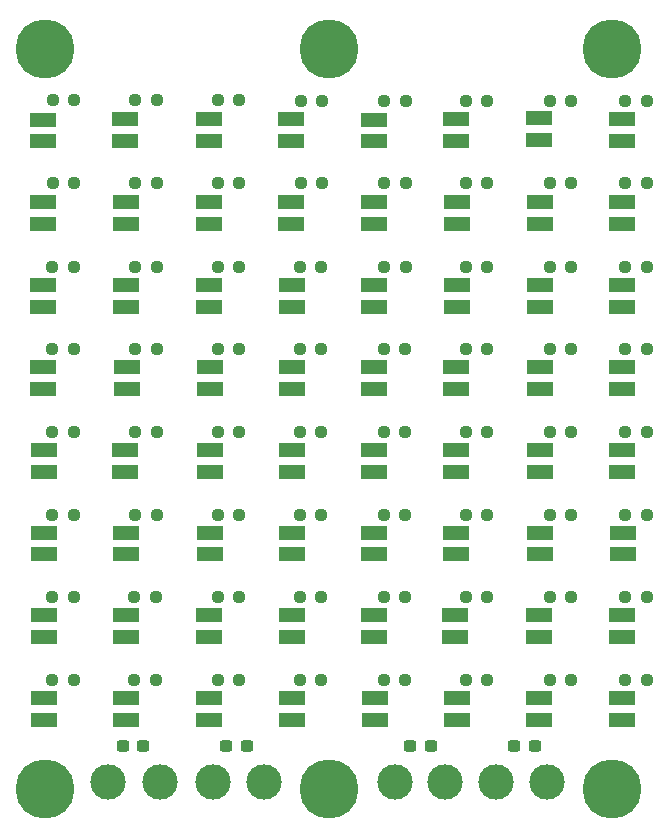
<source format=gbr>
%TF.GenerationSoftware,KiCad,Pcbnew,8.0.5*%
%TF.CreationDate,2024-10-21T18:22:43-10:00*%
%TF.ProjectId,SiPMT.revA,5369504d-542e-4726-9576-412e6b696361,rev?*%
%TF.SameCoordinates,Original*%
%TF.FileFunction,Soldermask,Bot*%
%TF.FilePolarity,Negative*%
%FSLAX46Y46*%
G04 Gerber Fmt 4.6, Leading zero omitted, Abs format (unit mm)*
G04 Created by KiCad (PCBNEW 8.0.5) date 2024-10-21 18:22:43*
%MOMM*%
%LPD*%
G01*
G04 APERTURE LIST*
G04 Aperture macros list*
%AMRoundRect*
0 Rectangle with rounded corners*
0 $1 Rounding radius*
0 $2 $3 $4 $5 $6 $7 $8 $9 X,Y pos of 4 corners*
0 Add a 4 corners polygon primitive as box body*
4,1,4,$2,$3,$4,$5,$6,$7,$8,$9,$2,$3,0*
0 Add four circle primitives for the rounded corners*
1,1,$1+$1,$2,$3*
1,1,$1+$1,$4,$5*
1,1,$1+$1,$6,$7*
1,1,$1+$1,$8,$9*
0 Add four rect primitives between the rounded corners*
20,1,$1+$1,$2,$3,$4,$5,0*
20,1,$1+$1,$4,$5,$6,$7,0*
20,1,$1+$1,$6,$7,$8,$9,0*
20,1,$1+$1,$8,$9,$2,$3,0*%
G04 Aperture macros list end*
%ADD10C,3.000000*%
%ADD11C,5.000000*%
%ADD12RoundRect,0.237500X0.250000X0.237500X-0.250000X0.237500X-0.250000X-0.237500X0.250000X-0.237500X0*%
%ADD13R,2.325000X1.300000*%
%ADD14RoundRect,0.237500X0.300000X0.237500X-0.300000X0.237500X-0.300000X-0.237500X0.300000X-0.237500X0*%
G04 APERTURE END LIST*
D10*
%TO.C,H10*%
X165350000Y-125830000D03*
%TD*%
%TO.C,H9*%
X137037500Y-125855000D03*
%TD*%
D11*
%TO.C,H1*%
X122887500Y-63775000D03*
%TD*%
D10*
%TO.C,H14*%
X132600000Y-125880000D03*
%TD*%
%TO.C,H7*%
X156750000Y-125830000D03*
%TD*%
%TO.C,H13*%
X161000000Y-125855000D03*
%TD*%
D11*
%TO.C,H6*%
X170887500Y-126475000D03*
%TD*%
D10*
%TO.C,H12*%
X141350000Y-125880000D03*
%TD*%
%TO.C,H11*%
X152500000Y-125855000D03*
%TD*%
D11*
%TO.C,H3*%
X170887500Y-63775000D03*
%TD*%
%TO.C,H5*%
X146887500Y-126475000D03*
%TD*%
%TO.C,H2*%
X146887500Y-63775000D03*
%TD*%
D10*
%TO.C,H8*%
X128143148Y-125855000D03*
%TD*%
D11*
%TO.C,H4*%
X122887500Y-126475000D03*
%TD*%
D12*
%TO.C,R3*%
X160312500Y-68155000D03*
X158487500Y-68155000D03*
%TD*%
D13*
%TO.C,D40*%
X143737500Y-104730000D03*
X143737500Y-106580000D03*
%TD*%
%TO.C,D11*%
X122720000Y-90730000D03*
X122720000Y-92580000D03*
%TD*%
%TO.C,D25*%
X150737500Y-83780000D03*
X150737500Y-85630000D03*
%TD*%
%TO.C,D20*%
X129700000Y-76755000D03*
X129700000Y-78605000D03*
%TD*%
%TO.C,D42*%
X150737500Y-104730000D03*
X150737500Y-106580000D03*
%TD*%
D12*
%TO.C,R1*%
X153400000Y-68155000D03*
X151575000Y-68155000D03*
%TD*%
%TO.C,R55*%
X146250000Y-110205000D03*
X144425000Y-110205000D03*
%TD*%
%TO.C,R58*%
X153350000Y-117205000D03*
X151525000Y-117205000D03*
%TD*%
D13*
%TO.C,D4*%
X157737500Y-76730000D03*
X157737500Y-78580000D03*
%TD*%
D12*
%TO.C,R5*%
X167400000Y-68155000D03*
X165575000Y-68155000D03*
%TD*%
D13*
%TO.C,D55*%
X143737500Y-111730000D03*
X143737500Y-113580000D03*
%TD*%
D12*
%TO.C,R43*%
X160300000Y-96205000D03*
X158475000Y-96205000D03*
%TD*%
D13*
%TO.C,D32*%
X171737500Y-90730000D03*
X171737500Y-92580000D03*
%TD*%
%TO.C,D36*%
X129687500Y-104730000D03*
X129687500Y-106580000D03*
%TD*%
%TO.C,D43*%
X157687500Y-97730000D03*
X157687500Y-99580000D03*
%TD*%
%TO.C,D53*%
X136737500Y-111730000D03*
X136737500Y-113580000D03*
%TD*%
D12*
%TO.C,R48*%
X173800000Y-103205000D03*
X171975000Y-103205000D03*
%TD*%
D13*
%TO.C,D10*%
X122715000Y-83780000D03*
X122715000Y-85630000D03*
%TD*%
D14*
%TO.C,C4*%
X131175000Y-122830000D03*
X129450000Y-122830000D03*
%TD*%
D13*
%TO.C,D17*%
X143712500Y-76755000D03*
X143712500Y-78605000D03*
%TD*%
D12*
%TO.C,R24*%
X146237500Y-89205000D03*
X144412500Y-89205000D03*
%TD*%
%TO.C,R16*%
X139300000Y-89205000D03*
X137475000Y-89205000D03*
%TD*%
D13*
%TO.C,D14*%
X136762500Y-83780000D03*
X136762500Y-85630000D03*
%TD*%
%TO.C,D18*%
X122650000Y-69755000D03*
X122650000Y-71605000D03*
%TD*%
%TO.C,D54*%
X136750000Y-118730000D03*
X136750000Y-120580000D03*
%TD*%
D12*
%TO.C,R21*%
X139312500Y-68130000D03*
X137487500Y-68130000D03*
%TD*%
%TO.C,R57*%
X153350000Y-110205000D03*
X151525000Y-110205000D03*
%TD*%
%TO.C,R7*%
X125312500Y-75130000D03*
X123487500Y-75130000D03*
%TD*%
D13*
%TO.C,D38*%
X136787500Y-104730000D03*
X136787500Y-106580000D03*
%TD*%
%TO.C,D33*%
X122737500Y-97730000D03*
X122737500Y-99580000D03*
%TD*%
%TO.C,D62*%
X164700000Y-118730000D03*
X164700000Y-120580000D03*
%TD*%
D12*
%TO.C,R8*%
X173800000Y-68155000D03*
X171975000Y-68155000D03*
%TD*%
%TO.C,R52*%
X132250000Y-117205000D03*
X130425000Y-117205000D03*
%TD*%
%TO.C,R23*%
X146250000Y-82205000D03*
X144425000Y-82205000D03*
%TD*%
%TO.C,R17*%
X146312500Y-75130000D03*
X144487500Y-75130000D03*
%TD*%
%TO.C,R20*%
X132312500Y-75130000D03*
X130487500Y-75130000D03*
%TD*%
%TO.C,R38*%
X139300000Y-103205000D03*
X137475000Y-103205000D03*
%TD*%
%TO.C,R22*%
X146312500Y-68180000D03*
X144487500Y-68180000D03*
%TD*%
D13*
%TO.C,D8*%
X171737500Y-69730000D03*
X171737500Y-71580000D03*
%TD*%
%TO.C,D64*%
X171700000Y-118730000D03*
X171700000Y-120580000D03*
%TD*%
%TO.C,D37*%
X136787500Y-97730000D03*
X136787500Y-99580000D03*
%TD*%
%TO.C,D12*%
X129737500Y-83780000D03*
X129737500Y-85630000D03*
%TD*%
D12*
%TO.C,R46*%
X167400000Y-103205000D03*
X165575000Y-103205000D03*
%TD*%
D14*
%TO.C,C7*%
X155512500Y-122830000D03*
X153787500Y-122830000D03*
%TD*%
D13*
%TO.C,D46*%
X164737500Y-104730000D03*
X164737500Y-106580000D03*
%TD*%
%TO.C,D26*%
X150737500Y-90730000D03*
X150737500Y-92580000D03*
%TD*%
D12*
%TO.C,R39*%
X146250000Y-96205000D03*
X144425000Y-96205000D03*
%TD*%
D13*
%TO.C,D60*%
X157750000Y-118730000D03*
X157750000Y-120580000D03*
%TD*%
%TO.C,D7*%
X122662500Y-76755000D03*
X122662500Y-78605000D03*
%TD*%
%TO.C,D2*%
X150737500Y-76730000D03*
X150737500Y-78580000D03*
%TD*%
%TO.C,D58*%
X150750000Y-118730000D03*
X150750000Y-120580000D03*
%TD*%
%TO.C,D44*%
X157687500Y-104730000D03*
X157687500Y-106580000D03*
%TD*%
D12*
%TO.C,R34*%
X125300000Y-103205000D03*
X123475000Y-103205000D03*
%TD*%
D13*
%TO.C,D24*%
X143737500Y-90730000D03*
X143737500Y-92580000D03*
%TD*%
D12*
%TO.C,R56*%
X146250000Y-117205000D03*
X144425000Y-117205000D03*
%TD*%
%TO.C,R26*%
X153350000Y-89205000D03*
X151525000Y-89205000D03*
%TD*%
%TO.C,R41*%
X153350000Y-96205000D03*
X151525000Y-96205000D03*
%TD*%
%TO.C,R30*%
X167400000Y-89205000D03*
X165575000Y-89205000D03*
%TD*%
D13*
%TO.C,D23*%
X143737500Y-83780000D03*
X143737500Y-85630000D03*
%TD*%
%TO.C,D5*%
X164687500Y-69655000D03*
X164687500Y-71505000D03*
%TD*%
D12*
%TO.C,R19*%
X132312500Y-68130000D03*
X130487500Y-68130000D03*
%TD*%
%TO.C,R47*%
X173800000Y-96205000D03*
X171975000Y-96205000D03*
%TD*%
%TO.C,R44*%
X160300000Y-103205000D03*
X158475000Y-103205000D03*
%TD*%
D14*
%TO.C,C6*%
X164300000Y-122830000D03*
X162575000Y-122830000D03*
%TD*%
D13*
%TO.C,D3*%
X157637500Y-69680000D03*
X157637500Y-71530000D03*
%TD*%
D12*
%TO.C,R62*%
X167400000Y-117205000D03*
X165575000Y-117205000D03*
%TD*%
%TO.C,R12*%
X132300000Y-82205000D03*
X130475000Y-82205000D03*
%TD*%
%TO.C,R45*%
X167400000Y-96205000D03*
X165575000Y-96205000D03*
%TD*%
%TO.C,R2*%
X153400000Y-75155000D03*
X151575000Y-75155000D03*
%TD*%
%TO.C,R63*%
X173800000Y-110205000D03*
X171975000Y-110205000D03*
%TD*%
%TO.C,R15*%
X139312500Y-75130000D03*
X137487500Y-75130000D03*
%TD*%
D13*
%TO.C,D6*%
X164737500Y-76730000D03*
X164737500Y-78580000D03*
%TD*%
D12*
%TO.C,R33*%
X125300000Y-96205000D03*
X123475000Y-96205000D03*
%TD*%
%TO.C,R28*%
X160300000Y-89205000D03*
X158475000Y-89205000D03*
%TD*%
D13*
%TO.C,D48*%
X171750000Y-104730000D03*
X171750000Y-106580000D03*
%TD*%
D12*
%TO.C,R11*%
X125300000Y-89205000D03*
X123475000Y-89205000D03*
%TD*%
D14*
%TO.C,C5*%
X139925000Y-122830000D03*
X138200000Y-122830000D03*
%TD*%
D12*
%TO.C,R10*%
X125300000Y-82205000D03*
X123475000Y-82205000D03*
%TD*%
D13*
%TO.C,D49*%
X122737500Y-111730000D03*
X122737500Y-113580000D03*
%TD*%
D12*
%TO.C,R60*%
X160300000Y-117205000D03*
X158475000Y-117205000D03*
%TD*%
%TO.C,R9*%
X173800000Y-75155000D03*
X171975000Y-75155000D03*
%TD*%
D13*
%TO.C,D13*%
X129787500Y-90730000D03*
X129787500Y-92580000D03*
%TD*%
D12*
%TO.C,R59*%
X160300000Y-110205000D03*
X158475000Y-110205000D03*
%TD*%
D13*
%TO.C,D63*%
X171700000Y-111730000D03*
X171700000Y-113580000D03*
%TD*%
%TO.C,D21*%
X136712500Y-69705000D03*
X136712500Y-71555000D03*
%TD*%
D12*
%TO.C,R32*%
X173800000Y-89205000D03*
X171975000Y-89205000D03*
%TD*%
D13*
%TO.C,D61*%
X164700000Y-111730000D03*
X164700000Y-113580000D03*
%TD*%
%TO.C,D51*%
X129687500Y-111730000D03*
X129687500Y-113580000D03*
%TD*%
D12*
%TO.C,R36*%
X132300000Y-103205000D03*
X130475000Y-103205000D03*
%TD*%
D13*
%TO.C,D56*%
X143750000Y-118730000D03*
X143750000Y-120580000D03*
%TD*%
D12*
%TO.C,R64*%
X173800000Y-117205000D03*
X171975000Y-117205000D03*
%TD*%
D13*
%TO.C,D35*%
X129650000Y-97730000D03*
X129650000Y-99580000D03*
%TD*%
%TO.C,D28*%
X157687500Y-90730000D03*
X157687500Y-92580000D03*
%TD*%
D12*
%TO.C,R51*%
X132250000Y-110205000D03*
X130425000Y-110205000D03*
%TD*%
D13*
%TO.C,D30*%
X164737500Y-90730000D03*
X164737500Y-92580000D03*
%TD*%
%TO.C,D47*%
X171737500Y-97730000D03*
X171737500Y-99580000D03*
%TD*%
%TO.C,D19*%
X129600000Y-69705000D03*
X129600000Y-71555000D03*
%TD*%
%TO.C,D22*%
X143700000Y-69705000D03*
X143700000Y-71555000D03*
%TD*%
%TO.C,D15*%
X136700000Y-76755000D03*
X136700000Y-78605000D03*
%TD*%
D12*
%TO.C,R4*%
X160287500Y-75155000D03*
X158462500Y-75155000D03*
%TD*%
%TO.C,R27*%
X160300000Y-82205000D03*
X158475000Y-82205000D03*
%TD*%
D13*
%TO.C,D1*%
X150737500Y-69755000D03*
X150737500Y-71605000D03*
%TD*%
%TO.C,D29*%
X164737500Y-83780000D03*
X164737500Y-85630000D03*
%TD*%
D12*
%TO.C,R31*%
X173800000Y-82205000D03*
X171975000Y-82205000D03*
%TD*%
%TO.C,R25*%
X153400000Y-82205000D03*
X151575000Y-82205000D03*
%TD*%
D13*
%TO.C,D41*%
X150737500Y-97730000D03*
X150737500Y-99580000D03*
%TD*%
%TO.C,D16*%
X136787500Y-90730000D03*
X136787500Y-92580000D03*
%TD*%
D12*
%TO.C,R40*%
X146250000Y-103205000D03*
X144425000Y-103205000D03*
%TD*%
%TO.C,R6*%
X167400000Y-75155000D03*
X165575000Y-75155000D03*
%TD*%
%TO.C,R53*%
X139300000Y-110205000D03*
X137475000Y-110205000D03*
%TD*%
D13*
%TO.C,D31*%
X171737500Y-83780000D03*
X171737500Y-85630000D03*
%TD*%
%TO.C,D9*%
X171737500Y-76730000D03*
X171737500Y-78580000D03*
%TD*%
%TO.C,D34*%
X122737500Y-104730000D03*
X122737500Y-106580000D03*
%TD*%
D12*
%TO.C,R13*%
X132300000Y-89205000D03*
X130475000Y-89205000D03*
%TD*%
%TO.C,R42*%
X153350000Y-103205000D03*
X151525000Y-103205000D03*
%TD*%
D13*
%TO.C,D57*%
X150700000Y-111730000D03*
X150700000Y-113580000D03*
%TD*%
%TO.C,D59*%
X157600000Y-111730000D03*
X157600000Y-113580000D03*
%TD*%
D12*
%TO.C,R14*%
X139287500Y-82205000D03*
X137462500Y-82205000D03*
%TD*%
D13*
%TO.C,D45*%
X164737500Y-97730000D03*
X164737500Y-99580000D03*
%TD*%
%TO.C,D39*%
X143737500Y-97730000D03*
X143737500Y-99580000D03*
%TD*%
D12*
%TO.C,R37*%
X139300000Y-96205000D03*
X137475000Y-96205000D03*
%TD*%
D13*
%TO.C,D52*%
X129737500Y-118730000D03*
X129737500Y-120580000D03*
%TD*%
D12*
%TO.C,R54*%
X139300000Y-117205000D03*
X137475000Y-117205000D03*
%TD*%
D13*
%TO.C,D50*%
X122737500Y-118730000D03*
X122737500Y-120580000D03*
%TD*%
D12*
%TO.C,R29*%
X167400000Y-82205000D03*
X165575000Y-82205000D03*
%TD*%
%TO.C,R49*%
X125300000Y-110205000D03*
X123475000Y-110205000D03*
%TD*%
%TO.C,R61*%
X167400000Y-110205000D03*
X165575000Y-110205000D03*
%TD*%
D13*
%TO.C,D27*%
X157700000Y-83780000D03*
X157700000Y-85630000D03*
%TD*%
D12*
%TO.C,R50*%
X125300000Y-117205000D03*
X123475000Y-117205000D03*
%TD*%
%TO.C,R35*%
X132300000Y-96205000D03*
X130475000Y-96205000D03*
%TD*%
%TO.C,R18*%
X125312500Y-68130000D03*
X123487500Y-68130000D03*
%TD*%
M02*

</source>
